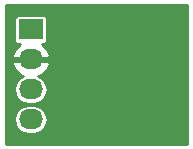
<source format=gbl>
G04 #@! TF.FileFunction,Copper,L2,Bot,Signal*
%FSLAX46Y46*%
G04 Gerber Fmt 4.6, Leading zero omitted, Abs format (unit mm)*
G04 Created by KiCad (PCBNEW 4.0.2-stable) date 3/9/2016 7:51:43 PM*
%MOMM*%
G01*
G04 APERTURE LIST*
%ADD10C,0.100000*%
%ADD11R,2.032000X1.727200*%
%ADD12O,2.032000X1.727200*%
%ADD13C,0.685800*%
%ADD14C,0.254000*%
G04 APERTURE END LIST*
D10*
D11*
X139446000Y-100584000D03*
D12*
X139446000Y-103124000D03*
X139446000Y-105664000D03*
X139446000Y-108204000D03*
D13*
X143764000Y-99822000D03*
D14*
G36*
X152706000Y-110288000D02*
X137362000Y-110288000D01*
X137362000Y-108204000D01*
X138021631Y-108204000D01*
X138116371Y-108680288D01*
X138386166Y-109084065D01*
X138789943Y-109353860D01*
X139266231Y-109448600D01*
X139625769Y-109448600D01*
X140102057Y-109353860D01*
X140505834Y-109084065D01*
X140775629Y-108680288D01*
X140870369Y-108204000D01*
X140775629Y-107727712D01*
X140505834Y-107323935D01*
X140102057Y-107054140D01*
X139625769Y-106959400D01*
X139266231Y-106959400D01*
X138789943Y-107054140D01*
X138386166Y-107323935D01*
X138116371Y-107727712D01*
X138021631Y-108204000D01*
X137362000Y-108204000D01*
X137362000Y-103483026D01*
X137838642Y-103483026D01*
X137841291Y-103498791D01*
X138095268Y-104026036D01*
X138531680Y-104415954D01*
X138804243Y-104511296D01*
X138789943Y-104514140D01*
X138386166Y-104783935D01*
X138116371Y-105187712D01*
X138021631Y-105664000D01*
X138116371Y-106140288D01*
X138386166Y-106544065D01*
X138789943Y-106813860D01*
X139266231Y-106908600D01*
X139625769Y-106908600D01*
X140102057Y-106813860D01*
X140505834Y-106544065D01*
X140775629Y-106140288D01*
X140870369Y-105664000D01*
X140775629Y-105187712D01*
X140505834Y-104783935D01*
X140102057Y-104514140D01*
X140087757Y-104511296D01*
X140360320Y-104415954D01*
X140796732Y-104026036D01*
X141050709Y-103498791D01*
X141053358Y-103483026D01*
X140932217Y-103251000D01*
X139573000Y-103251000D01*
X139573000Y-103271000D01*
X139319000Y-103271000D01*
X139319000Y-103251000D01*
X137959783Y-103251000D01*
X137838642Y-103483026D01*
X137362000Y-103483026D01*
X137362000Y-102764974D01*
X137838642Y-102764974D01*
X137959783Y-102997000D01*
X139319000Y-102997000D01*
X139319000Y-102977000D01*
X139573000Y-102977000D01*
X139573000Y-102997000D01*
X140932217Y-102997000D01*
X141053358Y-102764974D01*
X141050709Y-102749209D01*
X140796732Y-102221964D01*
X140364817Y-101836064D01*
X140462000Y-101836064D01*
X140603190Y-101809497D01*
X140732865Y-101726054D01*
X140819859Y-101598734D01*
X140850464Y-101447600D01*
X140850464Y-99720400D01*
X140823897Y-99579210D01*
X140740454Y-99449535D01*
X140613134Y-99362541D01*
X140462000Y-99331936D01*
X138430000Y-99331936D01*
X138288810Y-99358503D01*
X138159135Y-99441946D01*
X138072141Y-99569266D01*
X138041536Y-99720400D01*
X138041536Y-101447600D01*
X138068103Y-101588790D01*
X138151546Y-101718465D01*
X138278866Y-101805459D01*
X138430000Y-101836064D01*
X138527183Y-101836064D01*
X138095268Y-102221964D01*
X137841291Y-102749209D01*
X137838642Y-102764974D01*
X137362000Y-102764974D01*
X137362000Y-98500000D01*
X152706000Y-98500000D01*
X152706000Y-110288000D01*
X152706000Y-110288000D01*
G37*
X152706000Y-110288000D02*
X137362000Y-110288000D01*
X137362000Y-108204000D01*
X138021631Y-108204000D01*
X138116371Y-108680288D01*
X138386166Y-109084065D01*
X138789943Y-109353860D01*
X139266231Y-109448600D01*
X139625769Y-109448600D01*
X140102057Y-109353860D01*
X140505834Y-109084065D01*
X140775629Y-108680288D01*
X140870369Y-108204000D01*
X140775629Y-107727712D01*
X140505834Y-107323935D01*
X140102057Y-107054140D01*
X139625769Y-106959400D01*
X139266231Y-106959400D01*
X138789943Y-107054140D01*
X138386166Y-107323935D01*
X138116371Y-107727712D01*
X138021631Y-108204000D01*
X137362000Y-108204000D01*
X137362000Y-103483026D01*
X137838642Y-103483026D01*
X137841291Y-103498791D01*
X138095268Y-104026036D01*
X138531680Y-104415954D01*
X138804243Y-104511296D01*
X138789943Y-104514140D01*
X138386166Y-104783935D01*
X138116371Y-105187712D01*
X138021631Y-105664000D01*
X138116371Y-106140288D01*
X138386166Y-106544065D01*
X138789943Y-106813860D01*
X139266231Y-106908600D01*
X139625769Y-106908600D01*
X140102057Y-106813860D01*
X140505834Y-106544065D01*
X140775629Y-106140288D01*
X140870369Y-105664000D01*
X140775629Y-105187712D01*
X140505834Y-104783935D01*
X140102057Y-104514140D01*
X140087757Y-104511296D01*
X140360320Y-104415954D01*
X140796732Y-104026036D01*
X141050709Y-103498791D01*
X141053358Y-103483026D01*
X140932217Y-103251000D01*
X139573000Y-103251000D01*
X139573000Y-103271000D01*
X139319000Y-103271000D01*
X139319000Y-103251000D01*
X137959783Y-103251000D01*
X137838642Y-103483026D01*
X137362000Y-103483026D01*
X137362000Y-102764974D01*
X137838642Y-102764974D01*
X137959783Y-102997000D01*
X139319000Y-102997000D01*
X139319000Y-102977000D01*
X139573000Y-102977000D01*
X139573000Y-102997000D01*
X140932217Y-102997000D01*
X141053358Y-102764974D01*
X141050709Y-102749209D01*
X140796732Y-102221964D01*
X140364817Y-101836064D01*
X140462000Y-101836064D01*
X140603190Y-101809497D01*
X140732865Y-101726054D01*
X140819859Y-101598734D01*
X140850464Y-101447600D01*
X140850464Y-99720400D01*
X140823897Y-99579210D01*
X140740454Y-99449535D01*
X140613134Y-99362541D01*
X140462000Y-99331936D01*
X138430000Y-99331936D01*
X138288810Y-99358503D01*
X138159135Y-99441946D01*
X138072141Y-99569266D01*
X138041536Y-99720400D01*
X138041536Y-101447600D01*
X138068103Y-101588790D01*
X138151546Y-101718465D01*
X138278866Y-101805459D01*
X138430000Y-101836064D01*
X138527183Y-101836064D01*
X138095268Y-102221964D01*
X137841291Y-102749209D01*
X137838642Y-102764974D01*
X137362000Y-102764974D01*
X137362000Y-98500000D01*
X152706000Y-98500000D01*
X152706000Y-110288000D01*
M02*

</source>
